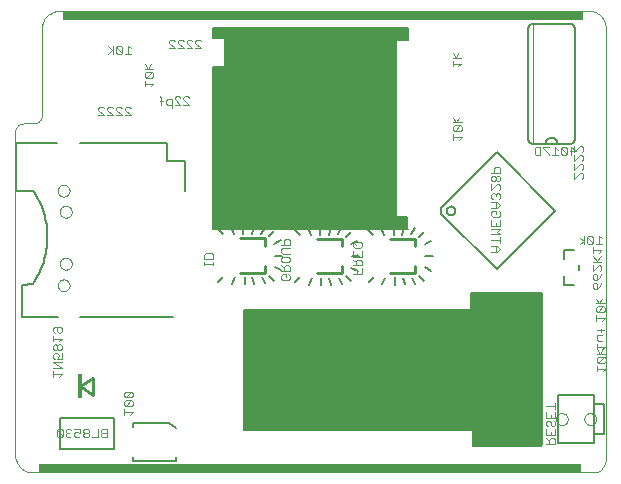
<source format=gbo>
G75*
%MOIN*%
%OFA0B0*%
%FSLAX24Y24*%
%IPPOS*%
%LPD*%
%AMOC8*
5,1,8,0,0,1.08239X$1,22.5*
%
%ADD10C,0.0000*%
%ADD11R,1.8110X0.0315*%
%ADD12R,1.7323X0.0315*%
%ADD13C,0.0080*%
%ADD14C,0.0050*%
%ADD15C,0.0030*%
%ADD16C,0.0060*%
%ADD17C,0.0020*%
%ADD18C,0.0100*%
%ADD19R,0.0118X0.0827*%
%ADD20C,0.0040*%
D10*
X002038Y000854D02*
X002038Y011613D01*
X002039Y011613D02*
X002041Y011645D01*
X002046Y011676D01*
X002055Y011707D01*
X002067Y011737D01*
X002083Y011765D01*
X002101Y011791D01*
X002122Y011815D01*
X002146Y011836D01*
X002172Y011854D01*
X002200Y011870D01*
X002230Y011882D01*
X002261Y011891D01*
X002292Y011896D01*
X002324Y011898D01*
X002324Y011899D02*
X002659Y011899D01*
X002689Y011901D01*
X002718Y011906D01*
X002747Y011914D01*
X002774Y011925D01*
X002800Y011940D01*
X002824Y011957D01*
X002846Y011977D01*
X002866Y011999D01*
X002883Y012023D01*
X002898Y012049D01*
X002909Y012076D01*
X002917Y012105D01*
X002922Y012134D01*
X002924Y012164D01*
X002924Y015048D01*
X002926Y015095D01*
X002931Y015142D01*
X002941Y015189D01*
X002954Y015234D01*
X002970Y015279D01*
X002990Y015322D01*
X003013Y015363D01*
X003039Y015402D01*
X003068Y015440D01*
X003101Y015474D01*
X003135Y015507D01*
X003173Y015536D01*
X003212Y015562D01*
X003253Y015585D01*
X003296Y015605D01*
X003341Y015621D01*
X003386Y015634D01*
X003433Y015644D01*
X003480Y015649D01*
X003527Y015651D01*
X021161Y015651D01*
X021161Y015650D02*
X021207Y015648D01*
X021254Y015642D01*
X021299Y015633D01*
X021343Y015620D01*
X021387Y015603D01*
X021428Y015582D01*
X021468Y015558D01*
X021506Y015531D01*
X021542Y015501D01*
X021574Y015469D01*
X021604Y015433D01*
X021631Y015395D01*
X021655Y015355D01*
X021676Y015314D01*
X021693Y015270D01*
X021706Y015226D01*
X021715Y015181D01*
X021721Y015134D01*
X021723Y015088D01*
X021723Y000683D01*
X021721Y000644D01*
X021716Y000606D01*
X021707Y000569D01*
X021695Y000532D01*
X021679Y000497D01*
X021660Y000463D01*
X021639Y000431D01*
X021614Y000401D01*
X021587Y000374D01*
X021557Y000349D01*
X021525Y000328D01*
X021491Y000309D01*
X021456Y000293D01*
X021419Y000281D01*
X021382Y000272D01*
X021344Y000267D01*
X021305Y000265D01*
X002628Y000265D01*
X002582Y000267D01*
X002536Y000272D01*
X002491Y000281D01*
X002446Y000294D01*
X002403Y000310D01*
X002361Y000329D01*
X002320Y000352D01*
X002282Y000377D01*
X002245Y000406D01*
X002212Y000438D01*
X002180Y000471D01*
X002151Y000508D01*
X002126Y000546D01*
X002103Y000587D01*
X002084Y000629D01*
X002068Y000672D01*
X002055Y000717D01*
X002046Y000762D01*
X002041Y000808D01*
X002039Y000854D01*
X003456Y006501D02*
X003458Y006528D01*
X003464Y006555D01*
X003473Y006581D01*
X003486Y006605D01*
X003502Y006628D01*
X003521Y006647D01*
X003543Y006664D01*
X003567Y006678D01*
X003592Y006688D01*
X003619Y006695D01*
X003646Y006698D01*
X003674Y006697D01*
X003701Y006692D01*
X003727Y006684D01*
X003751Y006672D01*
X003774Y006656D01*
X003795Y006638D01*
X003812Y006617D01*
X003827Y006593D01*
X003838Y006568D01*
X003846Y006542D01*
X003850Y006515D01*
X003850Y006487D01*
X003846Y006460D01*
X003838Y006434D01*
X003827Y006409D01*
X003812Y006385D01*
X003795Y006364D01*
X003774Y006346D01*
X003752Y006330D01*
X003727Y006318D01*
X003701Y006310D01*
X003674Y006305D01*
X003646Y006304D01*
X003619Y006307D01*
X003592Y006314D01*
X003567Y006324D01*
X003543Y006338D01*
X003521Y006355D01*
X003502Y006374D01*
X003486Y006397D01*
X003473Y006421D01*
X003464Y006447D01*
X003458Y006474D01*
X003456Y006501D01*
X003532Y007222D02*
X003534Y007249D01*
X003540Y007276D01*
X003549Y007302D01*
X003562Y007326D01*
X003578Y007349D01*
X003597Y007368D01*
X003619Y007385D01*
X003643Y007399D01*
X003668Y007409D01*
X003695Y007416D01*
X003722Y007419D01*
X003750Y007418D01*
X003777Y007413D01*
X003803Y007405D01*
X003827Y007393D01*
X003850Y007377D01*
X003871Y007359D01*
X003888Y007338D01*
X003903Y007314D01*
X003914Y007289D01*
X003922Y007263D01*
X003926Y007236D01*
X003926Y007208D01*
X003922Y007181D01*
X003914Y007155D01*
X003903Y007130D01*
X003888Y007106D01*
X003871Y007085D01*
X003850Y007067D01*
X003828Y007051D01*
X003803Y007039D01*
X003777Y007031D01*
X003750Y007026D01*
X003722Y007025D01*
X003695Y007028D01*
X003668Y007035D01*
X003643Y007045D01*
X003619Y007059D01*
X003597Y007076D01*
X003578Y007095D01*
X003562Y007118D01*
X003549Y007142D01*
X003540Y007168D01*
X003534Y007195D01*
X003532Y007222D01*
X003532Y008954D02*
X003534Y008981D01*
X003540Y009008D01*
X003549Y009034D01*
X003562Y009058D01*
X003578Y009081D01*
X003597Y009100D01*
X003619Y009117D01*
X003643Y009131D01*
X003668Y009141D01*
X003695Y009148D01*
X003722Y009151D01*
X003750Y009150D01*
X003777Y009145D01*
X003803Y009137D01*
X003827Y009125D01*
X003850Y009109D01*
X003871Y009091D01*
X003888Y009070D01*
X003903Y009046D01*
X003914Y009021D01*
X003922Y008995D01*
X003926Y008968D01*
X003926Y008940D01*
X003922Y008913D01*
X003914Y008887D01*
X003903Y008862D01*
X003888Y008838D01*
X003871Y008817D01*
X003850Y008799D01*
X003828Y008783D01*
X003803Y008771D01*
X003777Y008763D01*
X003750Y008758D01*
X003722Y008757D01*
X003695Y008760D01*
X003668Y008767D01*
X003643Y008777D01*
X003619Y008791D01*
X003597Y008808D01*
X003578Y008827D01*
X003562Y008850D01*
X003549Y008874D01*
X003540Y008900D01*
X003534Y008927D01*
X003532Y008954D01*
X003456Y009655D02*
X003458Y009682D01*
X003464Y009709D01*
X003473Y009735D01*
X003486Y009759D01*
X003502Y009782D01*
X003521Y009801D01*
X003543Y009818D01*
X003567Y009832D01*
X003592Y009842D01*
X003619Y009849D01*
X003646Y009852D01*
X003674Y009851D01*
X003701Y009846D01*
X003727Y009838D01*
X003751Y009826D01*
X003774Y009810D01*
X003795Y009792D01*
X003812Y009771D01*
X003827Y009747D01*
X003838Y009722D01*
X003846Y009696D01*
X003850Y009669D01*
X003850Y009641D01*
X003846Y009614D01*
X003838Y009588D01*
X003827Y009563D01*
X003812Y009539D01*
X003795Y009518D01*
X003774Y009500D01*
X003752Y009484D01*
X003727Y009472D01*
X003701Y009464D01*
X003674Y009459D01*
X003646Y009458D01*
X003619Y009461D01*
X003592Y009468D01*
X003567Y009478D01*
X003543Y009492D01*
X003521Y009509D01*
X003502Y009528D01*
X003486Y009551D01*
X003473Y009575D01*
X003464Y009601D01*
X003458Y009628D01*
X003456Y009655D01*
X020066Y002045D02*
X020068Y002072D01*
X020074Y002099D01*
X020083Y002125D01*
X020096Y002149D01*
X020112Y002172D01*
X020131Y002191D01*
X020153Y002208D01*
X020177Y002222D01*
X020202Y002232D01*
X020229Y002239D01*
X020256Y002242D01*
X020284Y002241D01*
X020311Y002236D01*
X020337Y002228D01*
X020361Y002216D01*
X020384Y002200D01*
X020405Y002182D01*
X020422Y002161D01*
X020437Y002137D01*
X020448Y002112D01*
X020456Y002086D01*
X020460Y002059D01*
X020460Y002031D01*
X020456Y002004D01*
X020448Y001978D01*
X020437Y001953D01*
X020422Y001929D01*
X020405Y001908D01*
X020384Y001890D01*
X020362Y001874D01*
X020337Y001862D01*
X020311Y001854D01*
X020284Y001849D01*
X020256Y001848D01*
X020229Y001851D01*
X020202Y001858D01*
X020177Y001868D01*
X020153Y001882D01*
X020131Y001899D01*
X020112Y001918D01*
X020096Y001941D01*
X020083Y001965D01*
X020074Y001991D01*
X020068Y002018D01*
X020066Y002045D01*
X021011Y002045D02*
X021013Y002072D01*
X021019Y002099D01*
X021028Y002125D01*
X021041Y002149D01*
X021057Y002172D01*
X021076Y002191D01*
X021098Y002208D01*
X021122Y002222D01*
X021147Y002232D01*
X021174Y002239D01*
X021201Y002242D01*
X021229Y002241D01*
X021256Y002236D01*
X021282Y002228D01*
X021306Y002216D01*
X021329Y002200D01*
X021350Y002182D01*
X021367Y002161D01*
X021382Y002137D01*
X021393Y002112D01*
X021401Y002086D01*
X021405Y002059D01*
X021405Y002031D01*
X021401Y002004D01*
X021393Y001978D01*
X021382Y001953D01*
X021367Y001929D01*
X021350Y001908D01*
X021329Y001890D01*
X021307Y001874D01*
X021282Y001862D01*
X021256Y001854D01*
X021229Y001849D01*
X021201Y001848D01*
X021174Y001851D01*
X021147Y001858D01*
X021122Y001868D01*
X021098Y001882D01*
X021076Y001899D01*
X021057Y001918D01*
X021041Y001941D01*
X021028Y001965D01*
X021019Y001991D01*
X021013Y002018D01*
X021011Y002045D01*
D11*
X011881Y000422D03*
D12*
X012306Y015489D03*
D13*
X007109Y011234D02*
X004192Y011234D01*
X003440Y011234D02*
X002066Y011234D01*
X002066Y009659D01*
X002633Y009659D01*
X002632Y009659D02*
X002690Y009572D01*
X002743Y009483D01*
X002794Y009392D01*
X002841Y009299D01*
X002884Y009205D01*
X002924Y009109D01*
X002960Y009011D01*
X002992Y008913D01*
X003021Y008813D01*
X003046Y008712D01*
X003067Y008610D01*
X003084Y008507D01*
X003097Y008404D01*
X003106Y008301D01*
X003112Y008197D01*
X003113Y008093D01*
X003110Y007989D01*
X003104Y007886D01*
X003094Y007782D01*
X003079Y007679D01*
X003061Y007577D01*
X003039Y007475D01*
X003014Y007375D01*
X002984Y007275D01*
X002951Y007177D01*
X002913Y007080D01*
X002873Y006984D01*
X002828Y006890D01*
X002781Y006798D01*
X002729Y006707D01*
X002675Y006619D01*
X002617Y006533D01*
X002263Y006529D01*
X002263Y005458D01*
X002279Y005446D02*
X003475Y005446D01*
X004200Y005446D02*
X007302Y005446D01*
X005338Y002072D02*
X003527Y002072D01*
X003527Y001048D01*
X005338Y001048D01*
X005338Y002072D01*
X005979Y001907D02*
X005979Y001789D01*
X005979Y001907D02*
X007160Y001907D01*
X007397Y001737D01*
X007397Y000765D02*
X007397Y000647D01*
X005979Y000647D01*
X005979Y000765D01*
X007696Y009659D02*
X007696Y010643D01*
X007105Y010643D01*
X007109Y011234D01*
D14*
X008629Y011226D02*
X014731Y011226D01*
X014731Y011178D02*
X008629Y011178D01*
X008629Y011129D02*
X014731Y011129D01*
X014731Y011081D02*
X008629Y011081D01*
X008629Y011032D02*
X014731Y011032D01*
X014731Y010984D02*
X008629Y010984D01*
X008629Y010935D02*
X014731Y010935D01*
X014731Y010887D02*
X008629Y010887D01*
X008629Y010838D02*
X014731Y010838D01*
X014731Y010790D02*
X008629Y010790D01*
X008629Y010741D02*
X014731Y010741D01*
X014731Y010693D02*
X008629Y010693D01*
X008629Y010644D02*
X014731Y010644D01*
X014731Y010596D02*
X008629Y010596D01*
X008629Y010547D02*
X014731Y010547D01*
X014731Y010499D02*
X008629Y010499D01*
X008629Y010450D02*
X014731Y010450D01*
X014731Y010402D02*
X008629Y010402D01*
X008629Y010353D02*
X014731Y010353D01*
X014731Y010305D02*
X008629Y010305D01*
X008629Y010256D02*
X014731Y010256D01*
X014731Y010208D02*
X008629Y010208D01*
X008629Y010159D02*
X014731Y010159D01*
X014731Y010111D02*
X008629Y010111D01*
X008629Y010062D02*
X014731Y010062D01*
X014731Y010014D02*
X008629Y010014D01*
X008629Y009965D02*
X014731Y009965D01*
X014731Y009917D02*
X008629Y009917D01*
X008629Y009868D02*
X014731Y009868D01*
X014731Y009820D02*
X008629Y009820D01*
X008629Y009771D02*
X014731Y009771D01*
X014731Y009723D02*
X008629Y009723D01*
X008629Y009674D02*
X014731Y009674D01*
X014731Y009626D02*
X008629Y009626D01*
X008629Y009577D02*
X014731Y009577D01*
X014731Y009529D02*
X008629Y009529D01*
X008629Y009480D02*
X014731Y009480D01*
X014731Y009432D02*
X008629Y009432D01*
X008629Y009383D02*
X014731Y009383D01*
X014731Y009335D02*
X008629Y009335D01*
X008629Y009286D02*
X014731Y009286D01*
X014731Y009238D02*
X008629Y009238D01*
X008629Y009189D02*
X014731Y009189D01*
X014731Y009141D02*
X008629Y009141D01*
X008629Y009092D02*
X014731Y009092D01*
X014731Y009044D02*
X008629Y009044D01*
X008629Y008995D02*
X014731Y008995D01*
X014731Y008947D02*
X008629Y008947D01*
X008629Y008898D02*
X014731Y008898D01*
X014731Y008850D02*
X008629Y008850D01*
X008629Y008801D02*
X014731Y008801D01*
X014731Y008753D02*
X008629Y008753D01*
X008629Y008704D02*
X014731Y008704D01*
X014771Y008704D02*
X015086Y008704D01*
X015086Y008734D02*
X015086Y008773D01*
X014771Y008773D01*
X014771Y008379D01*
X015086Y008379D01*
X015086Y008734D01*
X015086Y008753D02*
X014771Y008753D01*
X014771Y008656D02*
X015086Y008656D01*
X015086Y008607D02*
X014771Y008607D01*
X014731Y008607D02*
X008629Y008607D01*
X008629Y008559D02*
X014731Y008559D01*
X014771Y008559D02*
X015086Y008559D01*
X015086Y008510D02*
X014771Y008510D01*
X014731Y008510D02*
X008629Y008510D01*
X008629Y008462D02*
X014731Y008462D01*
X014771Y008462D02*
X015086Y008462D01*
X015086Y008413D02*
X014771Y008413D01*
X014731Y008413D02*
X009482Y008413D01*
X009645Y008438D02*
X009645Y008202D01*
X009340Y008203D02*
X009239Y008432D01*
X008964Y008214D02*
X008797Y008381D01*
X008625Y008379D02*
X015125Y008379D01*
X014998Y008415D02*
X014937Y008186D01*
X014731Y008379D02*
X014731Y015072D01*
X014771Y015072D01*
X015125Y015072D01*
X015125Y014678D01*
X014731Y014678D01*
X014731Y015072D01*
X014692Y015072D01*
X008629Y015072D01*
X008629Y014757D01*
X009023Y014757D01*
X009023Y013773D01*
X008629Y013773D01*
X008629Y008419D01*
X014731Y008379D01*
X014653Y008419D02*
X014653Y008182D01*
X014348Y008184D02*
X014247Y008412D01*
X013972Y008194D02*
X013805Y008361D01*
X013446Y007982D02*
X013242Y007863D01*
X013058Y008123D02*
X013225Y008290D01*
X012916Y008404D02*
X012798Y008199D01*
X012492Y008182D02*
X012553Y008411D01*
X012208Y008415D02*
X012208Y008178D01*
X011903Y008180D02*
X011802Y008408D01*
X011527Y008190D02*
X011360Y008357D01*
X010883Y008005D02*
X010679Y007887D01*
X010495Y008146D02*
X010662Y008313D01*
X010353Y008428D02*
X010235Y008223D01*
X009929Y008206D02*
X009990Y008434D01*
X010708Y007493D02*
X010944Y007493D01*
X010684Y007119D02*
X010889Y007001D01*
X010673Y006662D02*
X010506Y006829D01*
X010255Y006769D02*
X010373Y006564D01*
X010009Y006550D02*
X009948Y006778D01*
X009684Y006785D02*
X009684Y006548D01*
X009360Y006781D02*
X009260Y006552D01*
X008980Y006789D02*
X008813Y006622D01*
X009672Y005667D02*
X017231Y005667D01*
X017231Y006257D01*
X019594Y006257D01*
X019594Y001218D01*
X019554Y001178D01*
X019554Y001139D01*
X017310Y001139D01*
X017310Y001690D01*
X009672Y001690D01*
X009672Y005667D01*
X009672Y005649D02*
X019594Y005649D01*
X019594Y005697D02*
X017231Y005697D01*
X017231Y005746D02*
X019594Y005746D01*
X019594Y005794D02*
X017231Y005794D01*
X017231Y005843D02*
X019594Y005843D01*
X019594Y005891D02*
X017231Y005891D01*
X017231Y005940D02*
X019594Y005940D01*
X019594Y005988D02*
X017231Y005988D01*
X017231Y006037D02*
X019594Y006037D01*
X019594Y006085D02*
X017231Y006085D01*
X017231Y006134D02*
X019594Y006134D01*
X019594Y006182D02*
X017231Y006182D01*
X017231Y006231D02*
X019594Y006231D01*
X019554Y006257D02*
X017310Y006257D01*
X015897Y006982D02*
X015692Y007100D01*
X015514Y006809D02*
X015681Y006642D01*
X015381Y006545D02*
X015263Y006749D01*
X014956Y006758D02*
X015017Y006530D01*
X014692Y006529D02*
X014692Y006765D01*
X014368Y006761D02*
X014268Y006533D01*
X013988Y006770D02*
X013821Y006603D01*
X013452Y006978D02*
X013247Y007096D01*
X013069Y006805D02*
X013236Y006638D01*
X012936Y006541D02*
X012818Y006745D01*
X012511Y006754D02*
X012572Y006526D01*
X012247Y006525D02*
X012247Y006761D01*
X011923Y006757D02*
X011823Y006529D01*
X011543Y006766D02*
X011376Y006599D01*
X009672Y005600D02*
X019594Y005600D01*
X019594Y005552D02*
X009672Y005552D01*
X009672Y005503D02*
X019594Y005503D01*
X019594Y005455D02*
X009672Y005455D01*
X009672Y005406D02*
X019594Y005406D01*
X019594Y005358D02*
X009672Y005358D01*
X009672Y005309D02*
X019594Y005309D01*
X019594Y005261D02*
X009672Y005261D01*
X009672Y005212D02*
X019594Y005212D01*
X019594Y005164D02*
X009672Y005164D01*
X009672Y005115D02*
X019594Y005115D01*
X019594Y005067D02*
X009672Y005067D01*
X009672Y005018D02*
X019594Y005018D01*
X019594Y004970D02*
X009672Y004970D01*
X009672Y004921D02*
X019594Y004921D01*
X019594Y004873D02*
X009672Y004873D01*
X009672Y004824D02*
X019594Y004824D01*
X019594Y004776D02*
X009672Y004776D01*
X009672Y004727D02*
X019594Y004727D01*
X019594Y004679D02*
X009672Y004679D01*
X009672Y004630D02*
X019594Y004630D01*
X019594Y004582D02*
X009672Y004582D01*
X009672Y004533D02*
X019594Y004533D01*
X019594Y004485D02*
X009672Y004485D01*
X009672Y004436D02*
X019594Y004436D01*
X019594Y004388D02*
X009672Y004388D01*
X009672Y004339D02*
X019594Y004339D01*
X019594Y004291D02*
X009672Y004291D01*
X009672Y004242D02*
X019594Y004242D01*
X019594Y004194D02*
X009672Y004194D01*
X009672Y004145D02*
X019594Y004145D01*
X019594Y004097D02*
X009672Y004097D01*
X009672Y004048D02*
X019594Y004048D01*
X019594Y004000D02*
X009672Y004000D01*
X009672Y003951D02*
X019594Y003951D01*
X019594Y003903D02*
X009672Y003903D01*
X009672Y003854D02*
X019594Y003854D01*
X019594Y003806D02*
X009672Y003806D01*
X009672Y003757D02*
X019594Y003757D01*
X019594Y003709D02*
X009672Y003709D01*
X009672Y003660D02*
X019594Y003660D01*
X019594Y003612D02*
X009672Y003612D01*
X009672Y003563D02*
X019594Y003563D01*
X019594Y003515D02*
X009672Y003515D01*
X009672Y003466D02*
X019594Y003466D01*
X019594Y003418D02*
X009672Y003418D01*
X009672Y003369D02*
X019594Y003369D01*
X019594Y003321D02*
X009672Y003321D01*
X009672Y003272D02*
X019594Y003272D01*
X019594Y003224D02*
X009672Y003224D01*
X009672Y003175D02*
X019594Y003175D01*
X019594Y003127D02*
X009672Y003127D01*
X009672Y003078D02*
X019594Y003078D01*
X019594Y003030D02*
X009672Y003030D01*
X009672Y002981D02*
X019594Y002981D01*
X019594Y002933D02*
X009672Y002933D01*
X009672Y002884D02*
X019594Y002884D01*
X019594Y002836D02*
X009672Y002836D01*
X009672Y002787D02*
X019594Y002787D01*
X019594Y002739D02*
X009672Y002739D01*
X009672Y002690D02*
X019594Y002690D01*
X019594Y002642D02*
X009672Y002642D01*
X009672Y002593D02*
X019594Y002593D01*
X019594Y002545D02*
X009672Y002545D01*
X009672Y002496D02*
X019594Y002496D01*
X019594Y002448D02*
X009672Y002448D01*
X009672Y002399D02*
X019594Y002399D01*
X019594Y002351D02*
X009672Y002351D01*
X009672Y002302D02*
X019594Y002302D01*
X019594Y002254D02*
X009672Y002254D01*
X009672Y002205D02*
X019594Y002205D01*
X019594Y002157D02*
X009672Y002157D01*
X009672Y002108D02*
X019594Y002108D01*
X019594Y002060D02*
X009672Y002060D01*
X009672Y002011D02*
X019594Y002011D01*
X019594Y001963D02*
X009672Y001963D01*
X009672Y001914D02*
X019594Y001914D01*
X019594Y001866D02*
X009672Y001866D01*
X009672Y001817D02*
X019594Y001817D01*
X019594Y001769D02*
X009672Y001769D01*
X009672Y001720D02*
X019594Y001720D01*
X019594Y001672D02*
X017310Y001672D01*
X017310Y001623D02*
X019594Y001623D01*
X019594Y001575D02*
X017310Y001575D01*
X017310Y001526D02*
X019594Y001526D01*
X019594Y001478D02*
X017310Y001478D01*
X017310Y001429D02*
X019594Y001429D01*
X019594Y001381D02*
X017310Y001381D01*
X017310Y001332D02*
X019594Y001332D01*
X019594Y001284D02*
X017310Y001284D01*
X017310Y001235D02*
X019594Y001235D01*
X019562Y001187D02*
X017310Y001187D01*
X017310Y001139D02*
X019554Y001139D01*
X019554Y006257D01*
X020324Y006525D02*
X020324Y006825D01*
X020324Y006525D02*
X020674Y006525D01*
X020824Y007025D02*
X020824Y007175D01*
X020324Y007375D02*
X020324Y007675D01*
X020674Y007675D01*
X015952Y007474D02*
X015716Y007474D01*
X015687Y007867D02*
X015891Y007985D01*
X015669Y008294D02*
X015502Y008127D01*
X015243Y008203D02*
X015361Y008408D01*
X014731Y008656D02*
X008629Y008656D01*
X008629Y011275D02*
X014731Y011275D01*
X014731Y011323D02*
X008629Y011323D01*
X008629Y011372D02*
X014731Y011372D01*
X014731Y011420D02*
X008629Y011420D01*
X008629Y011469D02*
X014731Y011469D01*
X014731Y011517D02*
X008629Y011517D01*
X008629Y011566D02*
X014731Y011566D01*
X014731Y011614D02*
X008629Y011614D01*
X008629Y011663D02*
X014731Y011663D01*
X014731Y011711D02*
X008629Y011711D01*
X008629Y011760D02*
X014731Y011760D01*
X014731Y011808D02*
X008629Y011808D01*
X008629Y011857D02*
X014731Y011857D01*
X014731Y011905D02*
X008629Y011905D01*
X008629Y011954D02*
X014731Y011954D01*
X014731Y012002D02*
X008629Y012002D01*
X008629Y012051D02*
X014731Y012051D01*
X014731Y012099D02*
X008629Y012099D01*
X008629Y012148D02*
X014731Y012148D01*
X014731Y012196D02*
X008629Y012196D01*
X008629Y012245D02*
X014731Y012245D01*
X014731Y012293D02*
X008629Y012293D01*
X008629Y012342D02*
X014731Y012342D01*
X014731Y012390D02*
X008629Y012390D01*
X008629Y012439D02*
X014731Y012439D01*
X014731Y012487D02*
X008629Y012487D01*
X008629Y012536D02*
X014731Y012536D01*
X014731Y012584D02*
X008629Y012584D01*
X008629Y012633D02*
X014731Y012633D01*
X014731Y012681D02*
X008629Y012681D01*
X008629Y012730D02*
X014731Y012730D01*
X014731Y012778D02*
X008629Y012778D01*
X008629Y012827D02*
X014731Y012827D01*
X014731Y012875D02*
X008629Y012875D01*
X008629Y012924D02*
X014731Y012924D01*
X014731Y012972D02*
X008629Y012972D01*
X008629Y013021D02*
X014731Y013021D01*
X014731Y013069D02*
X008629Y013069D01*
X008629Y013118D02*
X014731Y013118D01*
X014731Y013166D02*
X008629Y013166D01*
X008629Y013215D02*
X014731Y013215D01*
X014731Y013263D02*
X008629Y013263D01*
X008629Y013312D02*
X014731Y013312D01*
X014731Y013360D02*
X008629Y013360D01*
X008629Y013409D02*
X014731Y013409D01*
X014731Y013457D02*
X008629Y013457D01*
X008629Y013506D02*
X014731Y013506D01*
X014731Y013554D02*
X008629Y013554D01*
X008629Y013603D02*
X014731Y013603D01*
X014731Y013651D02*
X008629Y013651D01*
X008629Y013700D02*
X014731Y013700D01*
X014731Y013748D02*
X008629Y013748D01*
X009023Y013797D02*
X014731Y013797D01*
X014731Y013845D02*
X009023Y013845D01*
X009023Y013894D02*
X014731Y013894D01*
X014731Y013942D02*
X009023Y013942D01*
X009023Y013991D02*
X014731Y013991D01*
X014731Y014039D02*
X009023Y014039D01*
X009023Y014088D02*
X014731Y014088D01*
X014731Y014136D02*
X009023Y014136D01*
X009023Y014185D02*
X014731Y014185D01*
X014731Y014233D02*
X009023Y014233D01*
X009023Y014282D02*
X014731Y014282D01*
X014731Y014330D02*
X009023Y014330D01*
X009023Y014379D02*
X014731Y014379D01*
X014731Y014427D02*
X009023Y014427D01*
X009023Y014476D02*
X014731Y014476D01*
X014731Y014524D02*
X009023Y014524D01*
X009023Y014573D02*
X014731Y014573D01*
X014731Y014621D02*
X009023Y014621D01*
X009023Y014670D02*
X014731Y014670D01*
X014731Y014718D02*
X015125Y014718D01*
X015125Y014767D02*
X014731Y014767D01*
X008629Y014767D01*
X008629Y014815D02*
X014731Y014815D01*
X015125Y014815D01*
X015125Y014864D02*
X014731Y014864D01*
X008629Y014864D01*
X008629Y014912D02*
X014731Y014912D01*
X015125Y014912D01*
X015125Y014961D02*
X014731Y014961D01*
X008629Y014961D01*
X008629Y015009D02*
X014731Y015009D01*
X015125Y015009D01*
X015125Y015058D02*
X014731Y015058D01*
X008629Y015058D01*
X008625Y015072D02*
X015125Y015072D01*
X014731Y014718D02*
X009023Y014718D01*
X013271Y007470D02*
X013507Y007470D01*
X020145Y002832D02*
X020145Y001257D01*
X021326Y001257D01*
X021326Y001533D01*
X021680Y001533D01*
X021680Y002556D01*
X021326Y002556D01*
X021326Y002832D01*
X020145Y002832D01*
X021326Y002556D02*
X021326Y001533D01*
D15*
X020033Y001504D02*
X019742Y001504D01*
X019742Y001697D01*
X019791Y001798D02*
X019742Y001847D01*
X019742Y001944D01*
X019791Y001992D01*
X019839Y001992D01*
X019887Y001944D01*
X019887Y001847D01*
X019936Y001798D01*
X019984Y001798D01*
X020033Y001847D01*
X020033Y001944D01*
X019984Y001992D01*
X020033Y002093D02*
X019742Y002093D01*
X019742Y002287D01*
X019887Y002190D02*
X019887Y002093D01*
X020033Y002093D02*
X020033Y002287D01*
X020033Y002388D02*
X020033Y002581D01*
X020033Y002484D02*
X019742Y002484D01*
X020033Y001697D02*
X020033Y001504D01*
X019984Y001403D02*
X019887Y001403D01*
X019839Y001354D01*
X019839Y001209D01*
X019742Y001209D02*
X020033Y001209D01*
X020033Y001354D01*
X019984Y001403D01*
X019887Y001504D02*
X019887Y001601D01*
X019742Y001403D02*
X019839Y001306D01*
X021431Y003632D02*
X021431Y003826D01*
X021431Y003729D02*
X021722Y003729D01*
X021625Y003632D01*
X021673Y003927D02*
X021480Y003927D01*
X021673Y004121D01*
X021480Y004121D01*
X021431Y004072D01*
X021431Y003975D01*
X021480Y003927D01*
X021673Y003927D02*
X021722Y003975D01*
X021722Y004072D01*
X021673Y004121D01*
X021722Y004222D02*
X021431Y004222D01*
X021528Y004222D02*
X021625Y004367D01*
X021612Y004364D02*
X021709Y004461D01*
X021418Y004461D01*
X021431Y004367D02*
X021528Y004222D01*
X021418Y004364D02*
X021418Y004558D01*
X021467Y004659D02*
X021418Y004707D01*
X021418Y004852D01*
X021612Y004852D01*
X021564Y004954D02*
X021564Y005050D01*
X021660Y005002D02*
X021418Y005002D01*
X021660Y005002D02*
X021709Y005050D01*
X021600Y005309D02*
X021697Y005406D01*
X021407Y005406D01*
X021407Y005309D02*
X021407Y005503D01*
X021455Y005604D02*
X021648Y005797D01*
X021455Y005797D01*
X021407Y005749D01*
X021407Y005652D01*
X021455Y005604D01*
X021648Y005604D01*
X021697Y005652D01*
X021697Y005749D01*
X021648Y005797D01*
X021697Y005899D02*
X021407Y005899D01*
X021503Y005899D02*
X021600Y006044D01*
X021503Y005899D02*
X021407Y006044D01*
X021436Y006391D02*
X021339Y006391D01*
X021290Y006440D01*
X021290Y006537D01*
X021339Y006585D01*
X021387Y006585D01*
X021436Y006537D01*
X021436Y006391D01*
X021532Y006488D01*
X021581Y006585D01*
X021436Y006686D02*
X021436Y006831D01*
X021387Y006880D01*
X021339Y006880D01*
X021290Y006831D01*
X021290Y006734D01*
X021339Y006686D01*
X021436Y006686D01*
X021532Y006783D01*
X021581Y006880D01*
X021532Y006981D02*
X021581Y007029D01*
X021581Y007126D01*
X021532Y007174D01*
X021484Y007174D01*
X021290Y006981D01*
X021290Y007174D01*
X021290Y007275D02*
X021581Y007275D01*
X021436Y007324D02*
X021290Y007469D01*
X021290Y007570D02*
X021290Y007763D01*
X021290Y007667D02*
X021581Y007667D01*
X021484Y007570D01*
X021581Y007469D02*
X021387Y007275D01*
X021395Y007869D02*
X021589Y007869D01*
X021492Y007869D02*
X021492Y008160D01*
X021589Y008063D01*
X021294Y008111D02*
X021294Y007918D01*
X021100Y008111D01*
X021100Y007918D01*
X021149Y007869D01*
X021246Y007869D01*
X021294Y007918D01*
X021294Y008111D02*
X021246Y008160D01*
X021149Y008160D01*
X021100Y008111D01*
X020999Y008160D02*
X020999Y007869D01*
X020999Y007966D02*
X020854Y008063D01*
X020999Y007966D02*
X020854Y007869D01*
X018205Y007905D02*
X018205Y008098D01*
X018205Y008002D02*
X017915Y008002D01*
X017915Y008200D02*
X018205Y008200D01*
X018108Y008296D01*
X018205Y008393D01*
X017915Y008393D01*
X017915Y008494D02*
X017915Y008688D01*
X017963Y008789D02*
X017915Y008837D01*
X017915Y008934D01*
X017963Y008982D01*
X018060Y008982D01*
X018060Y008886D01*
X018157Y008982D02*
X018205Y008934D01*
X018205Y008837D01*
X018157Y008789D01*
X017963Y008789D01*
X018205Y008688D02*
X018205Y008494D01*
X017915Y008494D01*
X018060Y008494D02*
X018060Y008591D01*
X018060Y009084D02*
X018060Y009277D01*
X018108Y009277D02*
X017915Y009277D01*
X017963Y009378D02*
X017915Y009427D01*
X017915Y009523D01*
X017963Y009572D01*
X018012Y009572D01*
X018060Y009523D01*
X018060Y009475D01*
X018060Y009523D02*
X018108Y009572D01*
X018157Y009572D01*
X018205Y009523D01*
X018205Y009427D01*
X018157Y009378D01*
X018108Y009277D02*
X018205Y009180D01*
X018108Y009084D01*
X017915Y009084D01*
X017915Y009673D02*
X018108Y009866D01*
X018157Y009866D01*
X018205Y009818D01*
X018205Y009721D01*
X018157Y009673D01*
X017915Y009673D02*
X017915Y009866D01*
X017963Y009968D02*
X018012Y009968D01*
X018060Y010016D01*
X018060Y010113D01*
X018012Y010161D01*
X017963Y010161D01*
X017915Y010113D01*
X017915Y010016D01*
X017963Y009968D01*
X018060Y010016D02*
X018108Y009968D01*
X018157Y009968D01*
X018205Y010016D01*
X018205Y010113D01*
X018157Y010161D01*
X018108Y010161D01*
X018060Y010113D01*
X018012Y010262D02*
X018012Y010407D01*
X018060Y010456D01*
X018157Y010456D01*
X018205Y010407D01*
X018205Y010262D01*
X017915Y010262D01*
X019351Y010880D02*
X019351Y011074D01*
X019400Y011122D01*
X019545Y011122D01*
X019545Y010832D01*
X019400Y010832D01*
X019351Y010880D01*
X019646Y011074D02*
X019839Y010880D01*
X019839Y010832D01*
X019941Y010832D02*
X020134Y010832D01*
X020037Y010832D02*
X020037Y011122D01*
X020134Y011026D01*
X020235Y011074D02*
X020429Y010880D01*
X020380Y010832D01*
X020284Y010832D01*
X020235Y010880D01*
X020235Y011074D01*
X020284Y011122D01*
X020380Y011122D01*
X020429Y011074D01*
X020429Y010880D01*
X020530Y010977D02*
X020723Y010977D01*
X020578Y011122D01*
X020578Y010832D01*
X020677Y010844D02*
X020677Y010651D01*
X020871Y010844D01*
X020919Y010844D01*
X020968Y010796D01*
X020968Y010699D01*
X020919Y010651D01*
X020919Y010550D02*
X020968Y010501D01*
X020968Y010405D01*
X020919Y010356D01*
X020919Y010255D02*
X020968Y010207D01*
X020968Y010110D01*
X020919Y010061D01*
X020919Y010255D02*
X020871Y010255D01*
X020677Y010061D01*
X020677Y010255D01*
X020677Y010356D02*
X020871Y010550D01*
X020919Y010550D01*
X020677Y010550D02*
X020677Y010356D01*
X020677Y010945D02*
X020871Y011139D01*
X020919Y011139D01*
X020968Y011091D01*
X020968Y010994D01*
X020919Y010945D01*
X020677Y010945D02*
X020677Y011139D01*
X019839Y011122D02*
X019646Y011122D01*
X019646Y011074D01*
X016929Y011445D02*
X016639Y011445D01*
X016639Y011349D02*
X016639Y011542D01*
X016687Y011643D02*
X016881Y011837D01*
X016687Y011837D01*
X016639Y011788D01*
X016639Y011692D01*
X016687Y011643D01*
X016881Y011643D01*
X016929Y011692D01*
X016929Y011788D01*
X016881Y011837D01*
X016929Y011938D02*
X016639Y011938D01*
X016736Y011938D02*
X016832Y012083D01*
X016736Y011938D02*
X016639Y012083D01*
X016929Y011445D02*
X016832Y011349D01*
X014610Y011475D02*
X014562Y011427D01*
X014465Y011427D01*
X014417Y011475D01*
X014417Y011524D01*
X014465Y011572D01*
X014562Y011572D01*
X014610Y011621D01*
X014610Y011669D01*
X014562Y011717D01*
X014465Y011717D01*
X014417Y011669D01*
X014315Y011717D02*
X014170Y011717D01*
X014122Y011669D01*
X014122Y011475D01*
X014170Y011427D01*
X014315Y011427D01*
X014315Y011717D01*
X014315Y011927D02*
X014170Y011927D01*
X014122Y011975D01*
X014122Y012169D01*
X014170Y012217D01*
X014315Y012217D01*
X014315Y011927D01*
X014417Y011975D02*
X014465Y011927D01*
X014562Y011927D01*
X014610Y011975D01*
X014562Y012072D02*
X014465Y012072D01*
X014417Y012024D01*
X014417Y011975D01*
X014562Y012072D02*
X014610Y012121D01*
X014610Y012169D01*
X014562Y012217D01*
X014465Y012217D01*
X014417Y012169D01*
X014267Y012427D02*
X014315Y012475D01*
X014267Y012427D02*
X014170Y012427D01*
X014122Y012475D01*
X014122Y012524D01*
X014170Y012572D01*
X014219Y012572D01*
X014170Y012572D02*
X014122Y012621D01*
X014122Y012669D01*
X014170Y012717D01*
X014267Y012717D01*
X014315Y012669D01*
X014417Y012572D02*
X014610Y012572D01*
X014513Y012669D02*
X014513Y012475D01*
X014021Y012524D02*
X013924Y012427D01*
X013827Y012524D01*
X013827Y012717D01*
X013726Y012669D02*
X013678Y012717D01*
X013581Y012717D01*
X013533Y012669D01*
X013533Y012621D01*
X013581Y012572D01*
X013533Y012524D01*
X013533Y012475D01*
X013581Y012427D01*
X013678Y012427D01*
X013726Y012475D01*
X013629Y012572D02*
X013581Y012572D01*
X013431Y012217D02*
X013431Y012024D01*
X013335Y011927D01*
X013238Y012024D01*
X013238Y012217D01*
X013137Y012217D02*
X012992Y012217D01*
X012943Y012169D01*
X012943Y011975D01*
X012992Y011927D01*
X013137Y011927D01*
X013137Y012217D01*
X012842Y012217D02*
X012697Y012217D01*
X012649Y012169D01*
X012649Y011975D01*
X012697Y011927D01*
X012842Y011927D01*
X012842Y012217D01*
X013533Y012072D02*
X013726Y012072D01*
X013827Y011975D02*
X013827Y012169D01*
X013876Y012217D01*
X013972Y012217D01*
X014021Y012169D01*
X014021Y011975D01*
X013972Y011927D01*
X013876Y011927D01*
X013827Y011975D01*
X013924Y011717D02*
X014021Y011717D01*
X013972Y011717D02*
X013972Y011427D01*
X013924Y011427D02*
X014021Y011427D01*
X014021Y011217D02*
X014021Y010927D01*
X013827Y010927D01*
X013726Y010927D02*
X013726Y011217D01*
X013678Y011072D02*
X013533Y010927D01*
X013726Y011024D02*
X013533Y011217D01*
X013726Y010717D02*
X013726Y010427D01*
X013533Y010427D01*
X013679Y010217D02*
X013631Y010169D01*
X013631Y009975D01*
X013679Y009927D01*
X013776Y009927D01*
X013824Y009975D01*
X013824Y010169D01*
X013776Y010217D01*
X013679Y010217D01*
X013925Y010169D02*
X013925Y010072D01*
X013974Y010024D01*
X014119Y010024D01*
X014022Y010024D02*
X013925Y009927D01*
X014119Y009927D02*
X014119Y010217D01*
X013974Y010217D01*
X013925Y010169D01*
X013728Y010024D02*
X013631Y009927D01*
X013827Y009717D02*
X013827Y009427D01*
X014021Y009717D01*
X014021Y009427D01*
X014122Y009475D02*
X014122Y009669D01*
X014170Y009717D01*
X014315Y009717D01*
X014315Y009427D01*
X014170Y009427D01*
X014122Y009475D01*
X014417Y009475D02*
X014465Y009427D01*
X014562Y009427D01*
X014610Y009475D01*
X014562Y009572D02*
X014465Y009572D01*
X014417Y009524D01*
X014417Y009475D01*
X014562Y009572D02*
X014610Y009621D01*
X014610Y009669D01*
X014562Y009717D01*
X014465Y009717D01*
X014417Y009669D01*
X014417Y009927D02*
X014417Y010217D01*
X014315Y010217D02*
X014219Y010217D01*
X014267Y010217D02*
X014267Y009927D01*
X014315Y009927D02*
X014219Y009927D01*
X014417Y009927D02*
X014610Y010217D01*
X014610Y009927D01*
X014610Y010427D02*
X014610Y010717D01*
X014417Y010427D01*
X014417Y010717D01*
X014315Y010669D02*
X014315Y010621D01*
X014267Y010572D01*
X014170Y010572D01*
X014122Y010524D01*
X014122Y010475D01*
X014170Y010427D01*
X014267Y010427D01*
X014315Y010475D01*
X014315Y010669D02*
X014267Y010717D01*
X014170Y010717D01*
X014122Y010669D01*
X014021Y010717D02*
X014021Y010427D01*
X013827Y010427D01*
X013924Y010572D02*
X014021Y010572D01*
X014021Y010717D02*
X013827Y010717D01*
X014122Y010975D02*
X014170Y010927D01*
X014267Y010927D01*
X014315Y010975D01*
X014315Y011169D01*
X014267Y011217D01*
X014170Y011217D01*
X014122Y011169D01*
X014417Y011169D02*
X014465Y011217D01*
X014562Y011217D01*
X014610Y011169D01*
X014610Y011121D01*
X014562Y011072D01*
X014465Y011072D01*
X014417Y011024D01*
X014417Y010975D01*
X014465Y010927D01*
X014562Y010927D01*
X014610Y010975D01*
X014021Y012524D02*
X014021Y012717D01*
X014021Y012927D02*
X013924Y012927D01*
X013972Y012927D02*
X013972Y013217D01*
X013924Y013217D02*
X014021Y013217D01*
X014122Y013169D02*
X014122Y013072D01*
X014170Y013024D01*
X014315Y013024D01*
X014315Y012927D02*
X014315Y013217D01*
X014170Y013217D01*
X014122Y013169D01*
X014417Y013169D02*
X014465Y013217D01*
X014562Y013217D01*
X014610Y013169D01*
X014610Y012975D01*
X014562Y012927D01*
X014465Y012927D01*
X014417Y012975D01*
X014417Y013072D01*
X014513Y013072D01*
X014465Y013427D02*
X014417Y013475D01*
X014417Y013572D01*
X014513Y013572D01*
X014417Y013669D02*
X014465Y013717D01*
X014562Y013717D01*
X014610Y013669D01*
X014610Y013475D01*
X014562Y013427D01*
X014465Y013427D01*
X014315Y013427D02*
X014315Y013717D01*
X014170Y013717D01*
X014122Y013669D01*
X014122Y013572D01*
X014170Y013524D01*
X014315Y013524D01*
X014021Y013427D02*
X013924Y013427D01*
X013972Y013427D02*
X013972Y013717D01*
X013924Y013717D02*
X014021Y013717D01*
X013824Y013669D02*
X013824Y013475D01*
X013776Y013427D01*
X013679Y013427D01*
X013631Y013475D01*
X013631Y013669D01*
X013679Y013717D01*
X013776Y013717D01*
X013824Y013669D01*
X013530Y013621D02*
X013433Y013717D01*
X013433Y013427D01*
X013530Y013427D02*
X013336Y013427D01*
X013384Y013217D02*
X013481Y013217D01*
X013530Y013169D01*
X013631Y013169D02*
X013679Y013217D01*
X013776Y013217D01*
X013824Y013169D01*
X013824Y012975D01*
X013776Y012927D01*
X013679Y012927D01*
X013631Y012975D01*
X013631Y013169D01*
X013384Y013217D02*
X013336Y013169D01*
X013336Y013121D01*
X013530Y012927D01*
X013336Y012927D01*
X013384Y013927D02*
X013481Y013927D01*
X013530Y013975D01*
X013336Y014169D01*
X013336Y013975D01*
X013384Y013927D01*
X013530Y013975D02*
X013530Y014169D01*
X013481Y014217D01*
X013384Y014217D01*
X013336Y014169D01*
X013631Y014169D02*
X013631Y013975D01*
X013679Y013927D01*
X013776Y013927D01*
X013824Y013975D01*
X013824Y014169D01*
X013776Y014217D01*
X013679Y014217D01*
X013631Y014169D01*
X013924Y014217D02*
X014021Y014217D01*
X013972Y014217D02*
X013972Y013927D01*
X013924Y013927D02*
X014021Y013927D01*
X014122Y014072D02*
X014170Y014024D01*
X014315Y014024D01*
X014315Y013927D02*
X014315Y014217D01*
X014170Y014217D01*
X014122Y014169D01*
X014122Y014072D01*
X014417Y014072D02*
X014417Y013975D01*
X014465Y013927D01*
X014562Y013927D01*
X014610Y013975D01*
X014610Y014169D01*
X014562Y014217D01*
X014465Y014217D01*
X014417Y014169D01*
X014417Y014072D02*
X014513Y014072D01*
X014465Y014427D02*
X014417Y014475D01*
X014417Y014572D01*
X014513Y014572D01*
X014417Y014669D02*
X014465Y014717D01*
X014562Y014717D01*
X014610Y014669D01*
X014610Y014475D01*
X014562Y014427D01*
X014465Y014427D01*
X014315Y014427D02*
X014315Y014717D01*
X014122Y014427D01*
X014122Y014717D01*
X014021Y014717D02*
X013876Y014717D01*
X013827Y014669D01*
X013827Y014475D01*
X013876Y014427D01*
X014021Y014427D01*
X014021Y014717D01*
X016620Y014237D02*
X016717Y014092D01*
X016814Y014237D01*
X016911Y014092D02*
X016620Y014092D01*
X016620Y013991D02*
X016620Y013798D01*
X016620Y013894D02*
X016911Y013894D01*
X016814Y013798D01*
X014562Y009217D02*
X014465Y009217D01*
X014417Y009169D01*
X014417Y009072D02*
X014513Y009072D01*
X014417Y009072D02*
X014417Y008975D01*
X014465Y008927D01*
X014562Y008927D01*
X014610Y008975D01*
X014610Y009169D01*
X014562Y009217D01*
X014315Y009217D02*
X014315Y008927D01*
X014122Y008927D02*
X014122Y009217D01*
X014021Y009217D02*
X014021Y008927D01*
X013876Y008927D01*
X013827Y008975D01*
X013827Y009169D01*
X013876Y009217D01*
X014021Y009217D01*
X014315Y009217D02*
X014122Y008927D01*
X013545Y007950D02*
X013352Y007950D01*
X013303Y007902D01*
X013303Y007805D01*
X013352Y007756D01*
X013545Y007756D01*
X013594Y007805D01*
X013594Y007902D01*
X013545Y007950D01*
X013400Y007853D02*
X013303Y007950D01*
X013303Y007655D02*
X013303Y007462D01*
X013594Y007462D01*
X013594Y007655D01*
X013449Y007559D02*
X013449Y007462D01*
X013449Y007361D02*
X013400Y007312D01*
X013400Y007167D01*
X013303Y007167D02*
X013594Y007167D01*
X013594Y007312D01*
X013545Y007361D01*
X013449Y007361D01*
X013400Y007264D02*
X013303Y007361D01*
X013594Y007066D02*
X013594Y006873D01*
X013303Y006873D01*
X013449Y006873D02*
X013449Y006969D01*
X011196Y006970D02*
X011196Y007115D01*
X011148Y007164D01*
X011051Y007164D01*
X011002Y007115D01*
X011002Y006970D01*
X010906Y006970D02*
X011196Y006970D01*
X011148Y006869D02*
X011196Y006821D01*
X011196Y006724D01*
X011148Y006676D01*
X010954Y006676D01*
X010906Y006724D01*
X010906Y006821D01*
X010954Y006869D01*
X011051Y006869D01*
X011051Y006772D01*
X011002Y007067D02*
X010906Y007164D01*
X010954Y007265D02*
X010906Y007313D01*
X010906Y007410D01*
X010954Y007458D01*
X011148Y007458D01*
X011196Y007410D01*
X011196Y007313D01*
X011148Y007265D01*
X010954Y007265D01*
X010954Y007560D02*
X010906Y007608D01*
X010906Y007705D01*
X010954Y007753D01*
X011196Y007753D01*
X011196Y007854D02*
X010906Y007854D01*
X011002Y007854D02*
X011002Y007999D01*
X011051Y008048D01*
X011148Y008048D01*
X011196Y007999D01*
X011196Y007854D01*
X011196Y007560D02*
X010954Y007560D01*
X008636Y007522D02*
X008636Y007377D01*
X008346Y007377D01*
X008346Y007522D01*
X008394Y007571D01*
X008587Y007571D01*
X008636Y007522D01*
X008636Y007277D02*
X008636Y007181D01*
X008636Y007229D02*
X008346Y007229D01*
X008346Y007181D02*
X008346Y007277D01*
X003593Y005072D02*
X003593Y004975D01*
X003545Y004926D01*
X003496Y004926D01*
X003448Y004975D01*
X003448Y005120D01*
X003351Y005120D02*
X003545Y005120D01*
X003593Y005072D01*
X003351Y005120D02*
X003303Y005072D01*
X003303Y004975D01*
X003351Y004926D01*
X003303Y004825D02*
X003303Y004632D01*
X003303Y004729D02*
X003593Y004729D01*
X003496Y004632D01*
X003496Y004531D02*
X003448Y004482D01*
X003448Y004386D01*
X003496Y004337D01*
X003545Y004337D01*
X003593Y004386D01*
X003593Y004482D01*
X003545Y004531D01*
X003496Y004531D01*
X003448Y004482D02*
X003400Y004531D01*
X003351Y004531D01*
X003303Y004482D01*
X003303Y004386D01*
X003351Y004337D01*
X003400Y004337D01*
X003448Y004386D01*
X003448Y004236D02*
X003351Y004236D01*
X003303Y004188D01*
X003303Y004091D01*
X003351Y004043D01*
X003448Y004043D02*
X003496Y004139D01*
X003496Y004188D01*
X003448Y004236D01*
X003593Y004236D02*
X003593Y004043D01*
X003448Y004043D01*
X003303Y003941D02*
X003593Y003941D01*
X003593Y003748D02*
X003303Y003941D01*
X003303Y003748D02*
X003593Y003748D01*
X003593Y003550D02*
X003303Y003550D01*
X003303Y003453D02*
X003303Y003647D01*
X003496Y003453D02*
X003593Y003550D01*
X005671Y002910D02*
X005671Y002813D01*
X005720Y002765D01*
X005913Y002958D01*
X005720Y002958D01*
X005671Y002910D01*
X005720Y002765D02*
X005913Y002765D01*
X005962Y002813D01*
X005962Y002910D01*
X005913Y002958D01*
X005913Y002664D02*
X005720Y002664D01*
X005671Y002615D01*
X005671Y002519D01*
X005720Y002470D01*
X005913Y002664D01*
X005962Y002615D01*
X005962Y002519D01*
X005913Y002470D01*
X005720Y002470D01*
X005671Y002369D02*
X005671Y002176D01*
X005671Y002272D02*
X005962Y002272D01*
X005865Y002176D01*
X005092Y001723D02*
X004947Y001723D01*
X004899Y001675D01*
X004899Y001626D01*
X004947Y001578D01*
X005092Y001578D01*
X004947Y001578D02*
X004899Y001530D01*
X004899Y001481D01*
X004947Y001433D01*
X005092Y001433D01*
X005092Y001723D01*
X004798Y001723D02*
X004798Y001433D01*
X004604Y001433D01*
X004503Y001481D02*
X004455Y001433D01*
X004358Y001433D01*
X004310Y001481D01*
X004310Y001530D01*
X004358Y001578D01*
X004455Y001578D01*
X004503Y001626D01*
X004503Y001675D01*
X004455Y001723D01*
X004358Y001723D01*
X004310Y001675D01*
X004310Y001626D01*
X004358Y001578D01*
X004455Y001578D02*
X004503Y001530D01*
X004503Y001481D01*
X004209Y001481D02*
X004160Y001433D01*
X004063Y001433D01*
X004015Y001481D01*
X004015Y001578D01*
X004063Y001626D01*
X004112Y001626D01*
X004209Y001578D01*
X004209Y001723D01*
X004015Y001723D01*
X003914Y001675D02*
X003865Y001723D01*
X003769Y001723D01*
X003720Y001675D01*
X003720Y001626D01*
X003769Y001578D01*
X003720Y001530D01*
X003720Y001481D01*
X003769Y001433D01*
X003865Y001433D01*
X003914Y001481D01*
X003817Y001578D02*
X003769Y001578D01*
X003619Y001481D02*
X003571Y001433D01*
X003474Y001433D01*
X003426Y001481D01*
X003426Y001675D01*
X003619Y001481D01*
X003619Y001675D01*
X003571Y001723D01*
X003474Y001723D01*
X003426Y001675D01*
X004810Y012166D02*
X005004Y012166D01*
X004810Y012359D01*
X004810Y012408D01*
X004859Y012456D01*
X004956Y012456D01*
X005004Y012408D01*
X005105Y012408D02*
X005154Y012456D01*
X005250Y012456D01*
X005299Y012408D01*
X005400Y012408D02*
X005448Y012456D01*
X005545Y012456D01*
X005593Y012408D01*
X005694Y012408D02*
X005743Y012456D01*
X005840Y012456D01*
X005888Y012408D01*
X005694Y012408D02*
X005694Y012359D01*
X005888Y012166D01*
X005694Y012166D01*
X005593Y012166D02*
X005400Y012359D01*
X005400Y012408D01*
X005400Y012166D02*
X005593Y012166D01*
X005299Y012166D02*
X005105Y012359D01*
X005105Y012408D01*
X005105Y012166D02*
X005299Y012166D01*
X006357Y013132D02*
X006357Y013326D01*
X006357Y013229D02*
X006647Y013229D01*
X006550Y013132D01*
X006598Y013427D02*
X006647Y013475D01*
X006647Y013572D01*
X006598Y013621D01*
X006405Y013427D01*
X006357Y013475D01*
X006357Y013572D01*
X006405Y013621D01*
X006598Y013621D01*
X006647Y013722D02*
X006357Y013722D01*
X006453Y013722D02*
X006357Y013867D01*
X006453Y013722D02*
X006550Y013867D01*
X006598Y013427D02*
X006405Y013427D01*
X006862Y012806D02*
X006910Y012758D01*
X006910Y012516D01*
X006958Y012661D02*
X006862Y012661D01*
X007059Y012661D02*
X007059Y012565D01*
X007108Y012516D01*
X007253Y012516D01*
X007253Y012419D02*
X007253Y012710D01*
X007108Y012710D01*
X007059Y012661D01*
X007354Y012710D02*
X007354Y012758D01*
X007403Y012806D01*
X007499Y012806D01*
X007548Y012758D01*
X007649Y012758D02*
X007697Y012806D01*
X007794Y012806D01*
X007842Y012758D01*
X007649Y012758D02*
X007649Y012710D01*
X007842Y012516D01*
X007649Y012516D01*
X007548Y012516D02*
X007354Y012710D01*
X007354Y012516D02*
X007548Y012516D01*
X009211Y013975D02*
X009211Y014169D01*
X009260Y014217D01*
X009405Y014217D01*
X009405Y013927D01*
X009260Y013927D01*
X009211Y013975D01*
X009506Y013927D02*
X009506Y014217D01*
X009699Y014217D02*
X009506Y013927D01*
X009699Y013927D02*
X009699Y014217D01*
X009800Y014169D02*
X009849Y014217D01*
X009946Y014217D01*
X009994Y014169D01*
X009994Y013975D01*
X009946Y013927D01*
X009849Y013927D01*
X009800Y013975D01*
X009800Y014072D01*
X009897Y014072D01*
X009800Y014427D02*
X009800Y014621D01*
X009897Y014717D01*
X009994Y014621D01*
X009994Y014427D01*
X009994Y014572D02*
X009800Y014572D01*
X009699Y014427D02*
X009699Y014717D01*
X009506Y014427D01*
X009506Y014717D01*
X009405Y014717D02*
X009211Y014717D01*
X009308Y014717D02*
X009308Y014427D01*
X008243Y014401D02*
X008049Y014595D01*
X008049Y014643D01*
X008098Y014691D01*
X008195Y014691D01*
X008243Y014643D01*
X008243Y014401D02*
X008049Y014401D01*
X007948Y014401D02*
X007755Y014595D01*
X007755Y014643D01*
X007803Y014691D01*
X007900Y014691D01*
X007948Y014643D01*
X007948Y014401D02*
X007755Y014401D01*
X007654Y014401D02*
X007460Y014595D01*
X007460Y014643D01*
X007509Y014691D01*
X007605Y014691D01*
X007654Y014643D01*
X007654Y014401D02*
X007460Y014401D01*
X007359Y014401D02*
X007165Y014595D01*
X007165Y014643D01*
X007214Y014691D01*
X007311Y014691D01*
X007359Y014643D01*
X007359Y014401D02*
X007165Y014401D01*
X005901Y014398D02*
X005805Y014494D01*
X005805Y014204D01*
X005901Y014204D02*
X005708Y014204D01*
X005607Y014252D02*
X005413Y014446D01*
X005413Y014252D01*
X005462Y014204D01*
X005558Y014204D01*
X005607Y014252D01*
X005607Y014446D01*
X005558Y014494D01*
X005462Y014494D01*
X005413Y014446D01*
X005312Y014494D02*
X005312Y014204D01*
X005312Y014301D02*
X005119Y014494D01*
X005264Y014349D02*
X005119Y014204D01*
X017915Y007804D02*
X018108Y007804D01*
X018205Y007707D01*
X018108Y007610D01*
X017915Y007610D01*
X018060Y007610D02*
X018060Y007804D01*
X021467Y004659D02*
X021612Y004659D01*
D16*
X018091Y007037D02*
X016238Y008890D01*
X016238Y009088D01*
X018091Y010940D01*
X020042Y008989D01*
X018091Y007037D01*
X016422Y008989D02*
X016424Y009012D01*
X016430Y009035D01*
X016439Y009056D01*
X016452Y009076D01*
X016468Y009093D01*
X016486Y009107D01*
X016506Y009118D01*
X016528Y009126D01*
X016551Y009130D01*
X016575Y009130D01*
X016598Y009126D01*
X016620Y009118D01*
X016640Y009107D01*
X016658Y009093D01*
X016674Y009076D01*
X016687Y009056D01*
X016696Y009035D01*
X016702Y009012D01*
X016704Y008989D01*
X016702Y008966D01*
X016696Y008943D01*
X016687Y008922D01*
X016674Y008902D01*
X016658Y008885D01*
X016640Y008871D01*
X016620Y008860D01*
X016598Y008852D01*
X016575Y008848D01*
X016551Y008848D01*
X016528Y008852D01*
X016506Y008860D01*
X016486Y008871D01*
X016468Y008885D01*
X016452Y008902D01*
X016439Y008922D01*
X016430Y008943D01*
X016424Y008966D01*
X016422Y008989D01*
X019296Y011222D02*
X019716Y011222D01*
X020116Y011222D01*
X020536Y011222D01*
X020559Y011224D01*
X020582Y011229D01*
X020604Y011238D01*
X020624Y011251D01*
X020642Y011266D01*
X020657Y011284D01*
X020670Y011304D01*
X020679Y011326D01*
X020684Y011349D01*
X020686Y011372D01*
X020686Y015072D01*
X020684Y015095D01*
X020679Y015118D01*
X020670Y015140D01*
X020657Y015160D01*
X020642Y015178D01*
X020624Y015193D01*
X020604Y015206D01*
X020582Y015215D01*
X020559Y015220D01*
X020536Y015222D01*
X019296Y015222D01*
X019273Y015220D01*
X019250Y015215D01*
X019228Y015206D01*
X019208Y015193D01*
X019190Y015178D01*
X019175Y015160D01*
X019162Y015140D01*
X019153Y015118D01*
X019148Y015095D01*
X019146Y015072D01*
X019146Y011372D01*
X019148Y011349D01*
X019153Y011326D01*
X019162Y011304D01*
X019175Y011284D01*
X019190Y011266D01*
X019208Y011251D01*
X019228Y011238D01*
X019250Y011229D01*
X019273Y011224D01*
X019296Y011222D01*
X019716Y011222D02*
X019718Y011249D01*
X019723Y011276D01*
X019733Y011302D01*
X019745Y011326D01*
X019761Y011348D01*
X019779Y011368D01*
X019801Y011385D01*
X019824Y011400D01*
X019849Y011410D01*
X019875Y011418D01*
X019902Y011422D01*
X019930Y011422D01*
X019957Y011418D01*
X019983Y011410D01*
X020008Y011400D01*
X020031Y011385D01*
X020053Y011368D01*
X020071Y011348D01*
X020087Y011326D01*
X020099Y011302D01*
X020109Y011276D01*
X020114Y011249D01*
X020116Y011222D01*
D17*
X019286Y011222D02*
X019286Y015222D01*
D18*
X015381Y008045D02*
X014534Y008045D01*
X015381Y008045D02*
X015381Y007808D01*
X015381Y007139D02*
X015381Y006903D01*
X014534Y006903D01*
X012936Y006899D02*
X012936Y007135D01*
X012936Y006899D02*
X012090Y006899D01*
X012936Y007804D02*
X012936Y008041D01*
X012090Y008041D01*
X010373Y008064D02*
X010373Y007828D01*
X010373Y008064D02*
X009527Y008064D01*
X010373Y007159D02*
X010373Y006922D01*
X009527Y006922D01*
X004621Y003407D02*
X004208Y003131D01*
X004621Y002836D01*
X004621Y003407D01*
D19*
X004188Y003131D03*
D20*
X017818Y001690D02*
X017972Y001614D01*
X018125Y001460D01*
X017895Y001460D01*
X017818Y001383D01*
X017818Y001307D01*
X017895Y001230D01*
X018049Y001230D01*
X018125Y001307D01*
X018125Y001460D01*
X018279Y001307D02*
X018356Y001230D01*
X018509Y001230D01*
X018586Y001307D01*
X018279Y001614D01*
X018279Y001307D01*
X018279Y001614D02*
X018356Y001690D01*
X018509Y001690D01*
X018586Y001614D01*
X018586Y001307D01*
X018739Y001307D02*
X018816Y001230D01*
X018969Y001230D01*
X019046Y001307D01*
X019046Y001614D01*
X018969Y001690D01*
X018816Y001690D01*
X018739Y001614D01*
X019200Y001690D02*
X019200Y001230D01*
X019507Y001230D02*
X019507Y001690D01*
X019507Y001460D02*
X019200Y001460D01*
M02*

</source>
